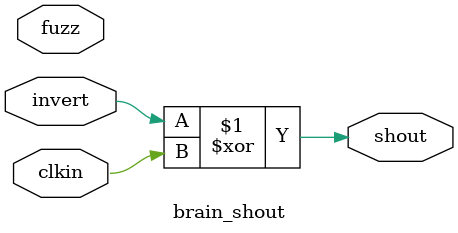
<source format=v>
module brain_shout(
input 	clkin,
		invert,
		fuzz,
output	shout);

assign shout = invert ^ clkin ;


endmodule
</source>
